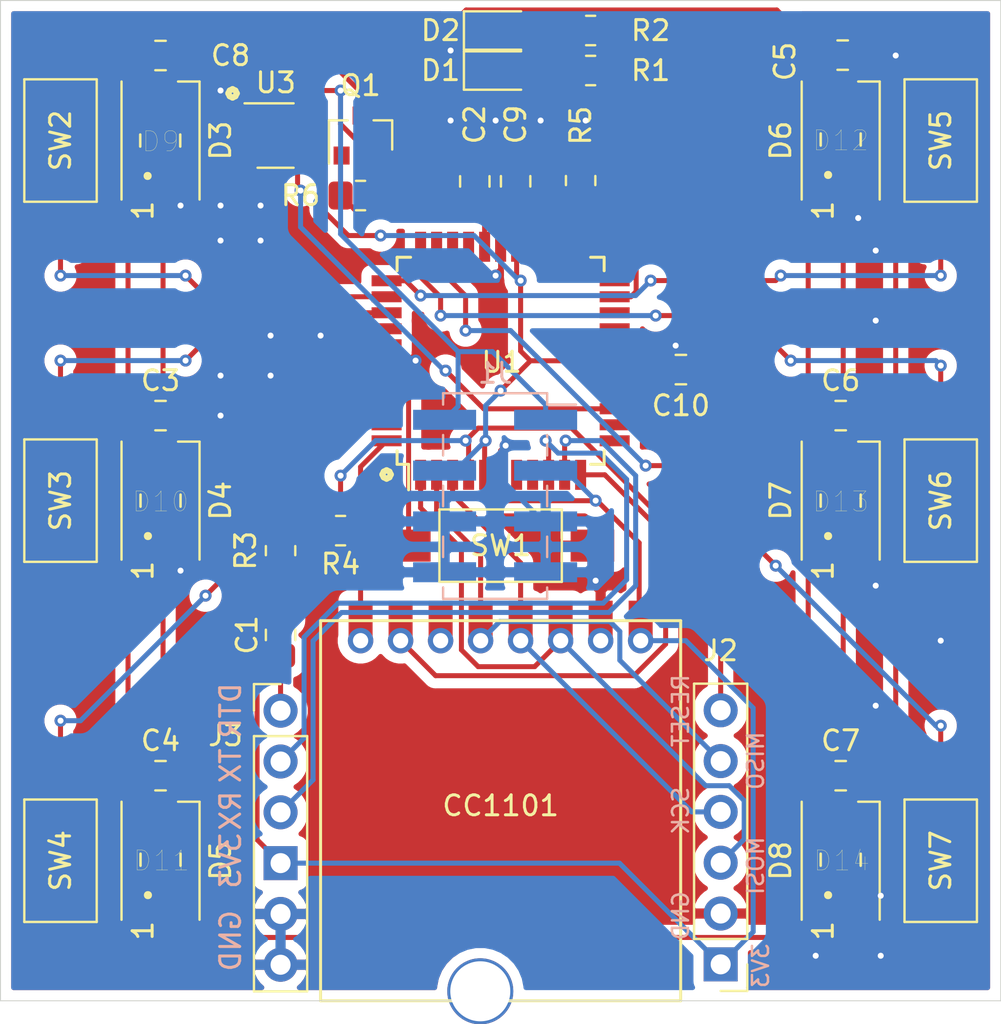
<source format=kicad_pcb>
(kicad_pcb (version 20171130) (host pcbnew "(5.1.9)-1")
  (layers (0 F.Cu signal) (31 B.Cu signal) (34 B.Paste user) (35 F.Paste user) (36 B.SilkS user) (37 F.SilkS user) (38 B.Mask user) (39 F.Mask user) (44 Edge.Cuts user))
  (net 0 "")
  (net 1 GND)
  (net 2 +3V3)
  (net 3 /RESET)
  (net 4 /DTR)
  (net 5 +5V)
  (net 6 "Net-(D1-Pad2)")
  (net 7 /MOSI)
  (net 8 /SCK)
  (net 9 /MISO)
  (net 10 "Net-(IC1-Pad6)")
  (net 11 /RX)
  (net 12 /TX)
  (net 13 "Net-(R1-Pad1)")
  (net 14 "Net-(R2-Pad1)")
  (net 15 "Net-(SW1-Pad2)")
  (net 16 "Net-(U1-Pad19)")
  (net 17 "Net-(U1-Pad8)")
  (net 18 "Net-(U1-Pad7)")
  (net 19 /WS2812B_LED_5V_Lvl)
  (net 20 /GDO0)
  (net 21 /CC_CSN)
  (net 22 /WS2812B_LED_3V3_Lvl)
  (net 23 /BTN1)
  (net 24 /BTN2)
  (net 25 /BTN3)
  (net 26 /BTN4)
  (net 27 /BTN5)
  (net 28 /BTN6)
  (net 29 "Net-(U1-Pad43)")
  (net 30 "Net-(U1-Pad42)")
  (net 31 "Net-(U1-Pad40)")
  (net 32 "Net-(U1-Pad31)")
  (net 33 "Net-(U1-Pad30)")
  (net 34 "Net-(U1-Pad26)")
  (net 35 "Net-(U1-Pad25)")
  (net 36 "Net-(U1-Pad24)")
  (net 37 "Net-(U1-Pad20)")
  (net 38 "Net-(U1-Pad16)")
  (net 39 "Net-(U1-Pad15)")
  (net 40 "Net-(U1-Pad13)")
  (net 41 "Net-(U1-Pad12)")
  (net 42 "Net-(D2-Pad2)")
  (net 43 "Net-(D8-Pad1)")
  (net 44 /WS2812B_VCC)
  (net 45 "Net-(Q1-Pad1)")
  (net 46 /WS2812B_IO)
  (net 47 "Net-(C2-Pad1)")
  (net 48 "Net-(D10-Pad3)")
  (net 49 "Net-(D10-Pad1)")
  (net 50 "Net-(D11-Pad1)")
  (net 51 "Net-(D12-Pad1)")
  (net 52 "Net-(D13-Pad1)")
  (net 53 "Net-(D14-Pad1)")
  (module WS2812-2020:LED_WS2812-2020 (layer F.Cu) (at 212 92.95 90)
    (fp_text reference D14 (at -0.05 0.05 180) (layer F.SilkS) (effects (font (size 1.00011 1.00011) (thickness 0.015))))
    (fp_text value WS2812-2020)
    (pad 3 smd rect (at 0.915 0.55 90) (size 0.7 0.7) (layers F.Cu F.Paste F.Mask) (net 52 "Net-(D13-Pad1)"))
    (pad 4 smd rect (at 0.915 -0.55 90) (size 0.7 0.7) (layers F.Cu F.Paste F.Mask) (net 44 /WS2812B_VCC))
    (pad 1 smd rect (at -0.915 -0.55 90) (size 0.7 0.7) (layers F.Cu F.Paste F.Mask) (net 53 "Net-(D14-Pad1)"))
    (pad 2 smd rect (at -0.915 0.55 90) (size 0.7 0.7) (layers F.Cu F.Paste F.Mask) (net 1 GND))
  )
  (module WS2812-2020:LED_WS2812-2020 (layer F.Cu) (at 212 75 90)
    (fp_text reference D13 (at -0.05 0 180) (layer F.SilkS) (effects (font (size 1.00011 1.00011) (thickness 0.015))))
    (fp_text value WS2812-2020)
    (pad 3 smd rect (at 0.915 0.55 90) (size 0.7 0.7) (layers F.Cu F.Paste F.Mask) (net 51 "Net-(D12-Pad1)"))
    (pad 4 smd rect (at 0.915 -0.55 90) (size 0.7 0.7) (layers F.Cu F.Paste F.Mask) (net 44 /WS2812B_VCC))
    (pad 1 smd rect (at -0.915 -0.55 90) (size 0.7 0.7) (layers F.Cu F.Paste F.Mask) (net 52 "Net-(D13-Pad1)"))
    (pad 2 smd rect (at -0.915 0.55 90) (size 0.7 0.7) (layers F.Cu F.Paste F.Mask) (net 1 GND))
  )
  (module WS2812-2020:LED_WS2812-2020 (layer F.Cu) (at 212 56.95 90)
    (fp_text reference D12 (at -0.05 0 180) (layer F.SilkS) (effects (font (size 1.00011 1.00011) (thickness 0.015))))
    (fp_text value WS2812-2020)
    (pad 3 smd rect (at 0.915 0.55 90) (size 0.7 0.7) (layers F.Cu F.Paste F.Mask) (net 50 "Net-(D11-Pad1)"))
    (pad 4 smd rect (at 0.915 -0.55 90) (size 0.7 0.7) (layers F.Cu F.Paste F.Mask) (net 44 /WS2812B_VCC))
    (pad 1 smd rect (at -0.915 -0.55 90) (size 0.7 0.7) (layers F.Cu F.Paste F.Mask) (net 51 "Net-(D12-Pad1)"))
    (pad 2 smd rect (at -0.915 0.55 90) (size 0.7 0.7) (layers F.Cu F.Paste F.Mask) (net 1 GND))
  )
  (module WS2812-2020:LED_WS2812-2020 (layer F.Cu) (at 178 92.95 90)
    (fp_text reference D11 (at -0.05 0.05 180) (layer F.SilkS) (effects (font (size 1.00011 1.00011) (thickness 0.015))))
    (fp_text value WS2812-2020)
    (pad 3 smd rect (at 0.915 0.55 90) (size 0.7 0.7) (layers F.Cu F.Paste F.Mask) (net 49 "Net-(D10-Pad1)"))
    (pad 4 smd rect (at 0.915 -0.55 90) (size 0.7 0.7) (layers F.Cu F.Paste F.Mask) (net 44 /WS2812B_VCC))
    (pad 1 smd rect (at -0.915 -0.55 90) (size 0.7 0.7) (layers F.Cu F.Paste F.Mask) (net 50 "Net-(D11-Pad1)"))
    (pad 2 smd rect (at -0.915 0.55 90) (size 0.7 0.7) (layers F.Cu F.Paste F.Mask) (net 1 GND))
  )
  (module WS2812-2020:LED_WS2812-2020 (layer F.Cu) (at 178 75 90)
    (fp_text reference D10 (at -0.05 0 180) (layer F.SilkS) (effects (font (size 1.00011 1.00011) (thickness 0.015))))
    (fp_text value WS2812-2020)
    (pad 3 smd rect (at 0.915 0.55 90) (size 0.7 0.7) (layers F.Cu F.Paste F.Mask) (net 48 "Net-(D10-Pad3)"))
    (pad 4 smd rect (at 0.915 -0.55 90) (size 0.7 0.7) (layers F.Cu F.Paste F.Mask) (net 44 /WS2812B_VCC))
    (pad 1 smd rect (at -0.915 -0.55 90) (size 0.7 0.7) (layers F.Cu F.Paste F.Mask) (net 49 "Net-(D10-Pad1)"))
    (pad 2 smd rect (at -0.915 0.55 90) (size 0.7 0.7) (layers F.Cu F.Paste F.Mask) (net 1 GND))
  )
  (module WS2812-2020:LED_WS2812-2020 (layer F.Cu) (at 177.985 57 90)
    (fp_text reference D9 (at -0.05 0.015 180) (layer F.SilkS) (effects (font (size 1.00011 1.00011) (thickness 0.015))))
    (fp_text value WS2812-2020)
    (pad 3 smd rect (at 0.915 0.55 90) (size 0.7 0.7) (layers F.Cu F.Paste F.Mask) (net 19 /WS2812B_LED_5V_Lvl))
    (pad 4 smd rect (at 0.915 -0.55 90) (size 0.7 0.7) (layers F.Cu F.Paste F.Mask) (net 44 /WS2812B_VCC))
    (pad 1 smd rect (at -0.915 -0.55 90) (size 0.7 0.7) (layers F.Cu F.Paste F.Mask) (net 48 "Net-(D10-Pad3)"))
    (pad 2 smd rect (at -0.915 0.55 90) (size 0.7 0.7) (layers F.Cu F.Paste F.Mask) (net 1 GND))
  )
  (module Capacitor_SMD:C_0805_2012Metric_Pad1.18x1.45mm_HandSolder (layer F.Cu) (at 204.0125 68.45)
    (fp_text reference C10 (at 0 1.8) (layer F.SilkS))
    (fp_text value 100n)
    (pad 2 smd roundrect (at 1.0375 0) (size 1.175 1.45) (layers F.Cu F.Paste F.Mask) (roundrect_rratio 0.212766) (net 1 GND))
    (pad 1 smd roundrect (at -1.0375 0) (size 1.175 1.45) (layers F.Cu F.Paste F.Mask) (roundrect_rratio 0.212766) (net 2 +3V3))
  )
  (module Capacitor_SMD:C_0805_2012Metric_Pad1.18x1.45mm_HandSolder (layer F.Cu) (at 195.75 59.0375 90)
    (fp_text reference C9 (at 2.8375 0 90) (layer F.SilkS))
    (fp_text value 100n)
    (pad 2 smd roundrect (at 1.0375 0 90) (size 1.175 1.45) (layers F.Cu F.Paste F.Mask) (roundrect_rratio 0.212766) (net 1 GND))
    (pad 1 smd roundrect (at -1.0375 0 90) (size 1.175 1.45) (layers F.Cu F.Paste F.Mask) (roundrect_rratio 0.212766) (net 2 +3V3))
  )
  (module Package_TO_SOT_SMD:SOT-23 (layer F.Cu) (at 188 56.75 90)
    (fp_text reference Q1 (at 2.5 0 180) (layer F.SilkS))
    (fp_text value IRLML9301)
    (pad 3 smd rect (at 1 0 90) (size 0.9 0.8) (layers F.Cu F.Paste F.Mask) (net 44 /WS2812B_VCC))
    (pad 2 smd rect (at -1 0.95 90) (size 0.9 0.8) (layers F.Cu F.Paste F.Mask) (net 5 +5V))
    (pad 1 smd rect (at -1 -0.95 90) (size 0.9 0.8) (layers F.Cu F.Paste F.Mask) (net 45 "Net-(Q1-Pad1)"))
  )
  (module Package_TO_SOT_SMD:SOT-23-6 (layer F.Cu) (at 183.75 56.75)
    (fp_text reference U3 (at 0.01 -2.64) (layer F.SilkS))
    (fp_text value SN74LVC1T45DBV)
    (pad 5 smd rect (at 1.1 0) (size 1.06 0.65) (layers F.Cu F.Paste F.Mask) (net 1 GND))
    (pad 6 smd rect (at 1.1 -0.95) (size 1.06 0.65) (layers F.Cu F.Paste F.Mask) (net 2 +3V3))
    (pad 4 smd rect (at 1.1 0.95) (size 1.06 0.65) (layers F.Cu F.Paste F.Mask) (net 22 /WS2812B_LED_3V3_Lvl))
    (pad 3 smd rect (at -1.1 0.95) (size 1.06 0.65) (layers F.Cu F.Paste F.Mask) (net 19 /WS2812B_LED_5V_Lvl))
    (pad 2 smd rect (at -1.1 0) (size 1.06 0.65) (layers F.Cu F.Paste F.Mask) (net 1 GND))
    (pad 1 smd rect (at -1.1 -0.95) (size 1.06 0.65) (layers F.Cu F.Paste F.Mask) (net 5 +5V))
  )
  (module Resistor_SMD:R_0805_2012Metric_Pad1.20x1.40mm_HandSolder (layer F.Cu) (at 188 59.75)
    (fp_text reference R6 (at -3 0) (layer F.SilkS))
    (fp_text value 100K)
    (pad 2 smd roundrect (at 1 0) (size 1.2 1.4) (layers F.Cu F.Paste F.Mask) (roundrect_rratio 0.208333) (net 5 +5V))
    (pad 1 smd roundrect (at -1 0) (size 1.2 1.4) (layers F.Cu F.Paste F.Mask) (roundrect_rratio 0.208333) (net 45 "Net-(Q1-Pad1)"))
  )
  (module Resistor_SMD:R_0805_2012Metric_Pad1.20x1.40mm_HandSolder (layer F.Cu) (at 199 59 270)
    (fp_text reference R5 (at -2.75 0 90) (layer F.SilkS))
    (fp_text value 1K)
    (pad 2 smd roundrect (at 1 0 270) (size 1.2 1.4) (layers F.Cu F.Paste F.Mask) (roundrect_rratio 0.208333) (net 46 /WS2812B_IO))
    (pad 1 smd roundrect (at -1 0 270) (size 1.2 1.4) (layers F.Cu F.Paste F.Mask) (roundrect_rratio 0.208333) (net 45 "Net-(Q1-Pad1)"))
  )
  (module Connector_PinHeader_2.54mm:PinHeader_2x04_P2.54mm_Vertical_SMD (layer B.Cu) (at 194.725 74.77 180)
    (fp_text reference J1 (at 0 6.14) (layer B.SilkS) (effects (justify mirror)))
    (fp_text value Maincon)
    (pad 8 smd rect (at 2.525 -3.81 180) (size 3.15 1) (layers B.Cu B.Paste B.Mask) (net 1 GND))
    (pad 7 smd rect (at -2.525 -3.81 180) (size 3.15 1) (layers B.Cu B.Paste B.Mask) (net 1 GND))
    (pad 6 smd rect (at 2.525 -1.27 180) (size 3.15 1) (layers B.Cu B.Paste B.Mask) (net 1 GND))
    (pad 5 smd rect (at -2.525 -1.27 180) (size 3.15 1) (layers B.Cu B.Paste B.Mask) (net 1 GND))
    (pad 4 smd rect (at 2.525 1.27 180) (size 3.15 1) (layers B.Cu B.Paste B.Mask) (net 2 +3V3))
    (pad 3 smd rect (at -2.525 1.27 180) (size 3.15 1) (layers B.Cu B.Paste B.Mask) (net 2 +3V3))
    (pad 2 smd rect (at 2.525 3.81 180) (size 3.15 1) (layers B.Cu B.Paste B.Mask) (net 5 +5V))
    (pad 1 smd rect (at -2.525 3.81 180) (size 3.15 1) (layers B.Cu B.Paste B.Mask) (net 5 +5V))
  )
  (module Package_QFP:TQFP-44_10x10mm_P0.8mm (layer F.Cu) (at 195 68.01 90)
    (fp_text reference U1 (at -0.07 0.05 180) (layer F.SilkS))
    (fp_text value ATmega644A-AU)
    (pad 44 smd rect (at -4 -5.7 180) (size 1.5 0.55) (layers F.Cu F.Paste F.Mask) (net 21 /CC_CSN))
    (pad 43 smd rect (at -3.2 -5.7 180) (size 1.5 0.55) (layers F.Cu F.Paste F.Mask) (net 29 "Net-(U1-Pad43)"))
    (pad 42 smd rect (at -2.4 -5.7 180) (size 1.5 0.55) (layers F.Cu F.Paste F.Mask) (net 30 "Net-(U1-Pad42)"))
    (pad 41 smd rect (at -1.6 -5.7 180) (size 1.5 0.55) (layers F.Cu F.Paste F.Mask) (net 15 "Net-(SW1-Pad2)"))
    (pad 40 smd rect (at -0.8 -5.7 180) (size 1.5 0.55) (layers F.Cu F.Paste F.Mask) (net 31 "Net-(U1-Pad40)"))
    (pad 39 smd rect (at 0 -5.7 180) (size 1.5 0.55) (layers F.Cu F.Paste F.Mask) (net 1 GND))
    (pad 38 smd rect (at 0.8 -5.7 180) (size 1.5 0.55) (layers F.Cu F.Paste F.Mask) (net 2 +3V3))
    (pad 37 smd rect (at 1.6 -5.7 180) (size 1.5 0.55) (layers F.Cu F.Paste F.Mask) (net 25 /BTN3))
    (pad 36 smd rect (at 2.4 -5.7 180) (size 1.5 0.55) (layers F.Cu F.Paste F.Mask) (net 24 /BTN2))
    (pad 35 smd rect (at 3.2 -5.7 180) (size 1.5 0.55) (layers F.Cu F.Paste F.Mask) (net 23 /BTN1))
    (pad 34 smd rect (at 4 -5.7 180) (size 1.5 0.55) (layers F.Cu F.Paste F.Mask) (net 26 /BTN4))
    (pad 33 smd rect (at 5.7 -4 90) (size 1.5 0.55) (layers F.Cu F.Paste F.Mask) (net 27 /BTN5))
    (pad 32 smd rect (at 5.7 -3.2 90) (size 1.5 0.55) (layers F.Cu F.Paste F.Mask) (net 28 /BTN6))
    (pad 31 smd rect (at 5.7 -2.4 90) (size 1.5 0.55) (layers F.Cu F.Paste F.Mask) (net 32 "Net-(U1-Pad31)"))
    (pad 30 smd rect (at 5.7 -1.6 90) (size 1.5 0.55) (layers F.Cu F.Paste F.Mask) (net 33 "Net-(U1-Pad30)"))
    (pad 29 smd rect (at 5.7 -0.8 90) (size 1.5 0.55) (layers F.Cu F.Paste F.Mask) (net 47 "Net-(C2-Pad1)"))
    (pad 28 smd rect (at 5.7 0 90) (size 1.5 0.55) (layers F.Cu F.Paste F.Mask) (net 1 GND))
    (pad 27 smd rect (at 5.7 0.8 90) (size 1.5 0.55) (layers F.Cu F.Paste F.Mask) (net 2 +3V3))
    (pad 26 smd rect (at 5.7 1.6 90) (size 1.5 0.55) (layers F.Cu F.Paste F.Mask) (net 34 "Net-(U1-Pad26)"))
    (pad 25 smd rect (at 5.7 2.4 90) (size 1.5 0.55) (layers F.Cu F.Paste F.Mask) (net 35 "Net-(U1-Pad25)"))
    (pad 24 smd rect (at 5.7 3.2 90) (size 1.5 0.55) (layers F.Cu F.Paste F.Mask) (net 36 "Net-(U1-Pad24)"))
    (pad 23 smd rect (at 5.7 4 90) (size 1.5 0.55) (layers F.Cu F.Paste F.Mask) (net 46 /WS2812B_IO))
    (pad 22 smd rect (at 4 5.7 180) (size 1.5 0.55) (layers F.Cu F.Paste F.Mask) (net 13 "Net-(R1-Pad1)"))
    (pad 21 smd rect (at 3.2 5.7 180) (size 1.5 0.55) (layers F.Cu F.Paste F.Mask) (net 14 "Net-(R2-Pad1)"))
    (pad 20 smd rect (at 2.4 5.7 180) (size 1.5 0.55) (layers F.Cu F.Paste F.Mask) (net 37 "Net-(U1-Pad20)"))
    (pad 19 smd rect (at 1.6 5.7 180) (size 1.5 0.55) (layers F.Cu F.Paste F.Mask) (net 16 "Net-(U1-Pad19)"))
    (pad 18 smd rect (at 0.8 5.7 180) (size 1.5 0.55) (layers F.Cu F.Paste F.Mask) (net 1 GND))
    (pad 17 smd rect (at 0 5.7 180) (size 1.5 0.55) (layers F.Cu F.Paste F.Mask) (net 2 +3V3))
    (pad 16 smd rect (at -0.8 5.7 180) (size 1.5 0.55) (layers F.Cu F.Paste F.Mask) (net 38 "Net-(U1-Pad16)"))
    (pad 15 smd rect (at -1.6 5.7 180) (size 1.5 0.55) (layers F.Cu F.Paste F.Mask) (net 39 "Net-(U1-Pad15)"))
    (pad 14 smd rect (at -2.4 5.7 180) (size 1.5 0.55) (layers F.Cu F.Paste F.Mask) (net 22 /WS2812B_LED_3V3_Lvl))
    (pad 13 smd rect (at -3.2 5.7 180) (size 1.5 0.55) (layers F.Cu F.Paste F.Mask) (net 40 "Net-(U1-Pad13)"))
    (pad 12 smd rect (at -4 5.7 180) (size 1.5 0.55) (layers F.Cu F.Paste F.Mask) (net 41 "Net-(U1-Pad12)"))
    (pad 11 smd rect (at -5.7 4 90) (size 1.5 0.55) (layers F.Cu F.Paste F.Mask) (net 20 /GDO0))
    (pad 10 smd rect (at -5.7 3.2 90) (size 1.5 0.55) (layers F.Cu F.Paste F.Mask) (net 11 /RX))
    (pad 9 smd rect (at -5.7 2.4 90) (size 1.5 0.55) (layers F.Cu F.Paste F.Mask) (net 12 /TX))
    (pad 8 smd rect (at -5.7 1.6 90) (size 1.5 0.55) (layers F.Cu F.Paste F.Mask) (net 17 "Net-(U1-Pad8)"))
    (pad 7 smd rect (at -5.7 0.8 90) (size 1.5 0.55) (layers F.Cu F.Paste F.Mask) (net 18 "Net-(U1-Pad7)"))
    (pad 6 smd rect (at -5.7 0 90) (size 1.5 0.55) (layers F.Cu F.Paste F.Mask) (net 1 GND))
    (pad 5 smd rect (at -5.7 -0.8 90) (size 1.5 0.55) (layers F.Cu F.Paste F.Mask) (net 2 +3V3))
    (pad 4 smd rect (at -5.7 -1.6 90) (size 1.5 0.55) (layers F.Cu F.Paste F.Mask) (net 3 /RESET))
    (pad 3 smd rect (at -5.7 -2.4 90) (size 1.5 0.55) (layers F.Cu F.Paste F.Mask) (net 8 /SCK))
    (pad 2 smd rect (at -5.7 -3.2 90) (size 1.5 0.55) (layers F.Cu F.Paste F.Mask) (net 9 /MISO))
    (pad 1 smd rect (at -5.7 -4 90) (size 1.5 0.55) (layers F.Cu F.Paste F.Mask) (net 7 /MOSI))
  )
  (module Button_Switch_SMD:SW_SPST_FSMSM (layer F.Cu) (at 195 77.25 180)
    (fp_text reference SW1 (at 0 0 180) (layer F.SilkS))
    (fp_text value Config)
    (pad 2 smd rect (at 4.59 0 180) (size 2.18 1.6) (layers F.Cu F.Paste F.Mask) (net 15 "Net-(SW1-Pad2)"))
    (pad 1 smd rect (at -4.59 0 180) (size 2.18 1.6) (layers F.Cu F.Paste F.Mask) (net 1 GND))
  )
  (module LED_SMD:LED_0805_2012Metric_Pad1.15x1.40mm_HandSolder (layer F.Cu) (at 195.025 51.5)
    (fp_text reference D2 (at -3.025 0) (layer F.SilkS))
    (fp_text value LED)
    (pad 2 smd roundrect (at 1.025 0) (size 1.15 1.4) (layers F.Cu F.Paste F.Mask) (roundrect_rratio 0.2173904347826087) (net 42 "Net-(D2-Pad2)"))
    (pad 1 smd roundrect (at -1.025 0) (size 1.15 1.4) (layers F.Cu F.Paste F.Mask) (roundrect_rratio 0.2173904347826087) (net 1 GND))
  )
  (module LED_SMD:LED_0805_2012Metric_Pad1.15x1.40mm_HandSolder (layer F.Cu) (at 195.025 53.5)
    (fp_text reference D1 (at -3.025 0) (layer F.SilkS))
    (fp_text value LED)
    (pad 2 smd roundrect (at 1.025 0) (size 1.15 1.4) (layers F.Cu F.Paste F.Mask) (roundrect_rratio 0.2173904347826087) (net 6 "Net-(D1-Pad2)"))
    (pad 1 smd roundrect (at -1.025 0) (size 1.15 1.4) (layers F.Cu F.Paste F.Mask) (roundrect_rratio 0.2173904347826087) (net 1 GND))
  )
  (module myRadioModules:CC1101_SMD_THT (layer F.Cu) (at 195 82 180)
    (fp_text reference IC1 hide)
    (fp_text value CC1101)
    (fp_text user CC1101 (at 0 -8.25 180) (layer F.SilkS))
    (pad 1 thru_hole oval (at -7 0 180) (size 1.27 1.27) (drill 0.762) (layers *.Cu *.Mask) (net 2 +3V3))
    (pad 2 thru_hole oval (at -5 0 180) (size 1.27 1.27) (drill 0.762) (layers *.Cu *.Mask) (net 1 GND))
    (pad 3 thru_hole circle (at -3 0 180) (size 1.27 1.27) (drill 0.762) (layers *.Cu *.Mask) (net 7 /MOSI))
    (pad 4 thru_hole circle (at -1 0 180) (size 1.27 1.27) (drill 0.762) (layers *.Cu *.Mask) (net 8 /SCK))
    (pad 5 thru_hole circle (at 1 0 180) (size 1.27 1.27) (drill 0.762) (layers *.Cu *.Mask) (net 9 /MISO))
    (pad 6 thru_hole circle (at 3 0 180) (size 1.27 1.27) (drill 0.762) (layers *.Cu *.Mask) (net 10 "Net-(IC1-Pad6)"))
    (pad 7 thru_hole circle (at 5 0 180) (size 1.27 1.27) (drill 0.762) (layers *.Cu *.Mask) (net 20 /GDO0))
    (pad 8 thru_hole circle (at 7 0 180) (size 1.27 1.27) (drill 0.762) (layers *.Cu *.Mask) (net 21 /CC_CSN))
    (pad "" np_thru_hole circle (at 1.016 -17.526 180) (size 3.3 3.3) (drill 3) (layers *.Cu *.Mask))
    (pad 1 smd rect (at -7 1 180) (size 1.2 2) (layers F.Cu F.Mask) (net 2 +3V3))
    (pad 2 smd rect (at -5 1 180) (size 1.2 2) (layers F.Cu F.Mask) (net 1 GND))
    (pad 3 smd rect (at -3 1 180) (size 1.2 2) (layers F.Cu F.Mask) (net 7 /MOSI))
    (pad 4 smd rect (at -1 1 180) (size 1.2 2) (layers F.Cu F.Mask) (net 8 /SCK))
    (pad 5 smd rect (at 1 1 180) (size 1.2 2) (layers F.Cu F.Mask) (net 9 /MISO))
    (pad 6 smd rect (at 3 1 180) (size 1.2 2) (layers F.Cu F.Mask) (net 10 "Net-(IC1-Pad6)"))
    (pad 7 smd rect (at 5 1 180) (size 1.2 2) (layers F.Cu F.Mask) (net 20 /GDO0))
    (pad 8 smd rect (at 7 1 180) (size 1.2 2) (layers F.Cu F.Mask) (net 21 /CC_CSN))
  )
  (module Connector_PinHeader_2.54mm:PinHeader_1x06_P2.54mm_Vertical (layer F.Cu) (at 206 98.18 180)
    (fp_text reference J2 (at 0 15.68) (layer F.SilkS))
    (fp_text value ISP)
    (pad 6 thru_hole oval (at 0 12.7 180) (size 1.7 1.7) (drill 1) (layers *.Cu *.Mask) (net 3 /RESET))
    (pad 5 thru_hole oval (at 0 10.16 180) (size 1.7 1.7) (drill 1) (layers *.Cu *.Mask) (net 9 /MISO))
    (pad 4 thru_hole oval (at 0 7.62 180) (size 1.7 1.7) (drill 1) (layers *.Cu *.Mask) (net 8 /SCK))
    (pad 3 thru_hole oval (at 0 5.08 180) (size 1.7 1.7) (drill 1) (layers *.Cu *.Mask) (net 7 /MOSI))
    (pad 2 thru_hole oval (at 0 2.54 180) (size 1.7 1.7) (drill 1) (layers *.Cu *.Mask) (net 1 GND))
    (pad 1 thru_hole rect (at 0 0 180) (size 1.7 1.7) (drill 1) (layers *.Cu *.Mask) (net 2 +3V3))
  )
  (module Connector_PinHeader_2.54mm:PinHeader_1x06_P2.54mm_Vertical (layer F.Cu) (at 184 85.5)
    (fp_text reference J3 (at -2.75 1.25) (layer F.SilkS))
    (fp_text value FTDI)
    (pad 6 thru_hole oval (at 0 12.7) (size 1.7 1.7) (drill 1) (layers *.Cu *.Mask) (net 1 GND))
    (pad 5 thru_hole oval (at 0 10.16) (size 1.7 1.7) (drill 1) (layers *.Cu *.Mask) (net 1 GND))
    (pad 4 thru_hole rect (at 0 7.62) (size 1.7 1.7) (drill 1) (layers *.Cu *.Mask) (net 2 +3V3))
    (pad 3 thru_hole oval (at 0 5.08) (size 1.7 1.7) (drill 1) (layers *.Cu *.Mask) (net 11 /RX))
    (pad 2 thru_hole oval (at 0 2.54) (size 1.7 1.7) (drill 1) (layers *.Cu *.Mask) (net 12 /TX))
    (pad 1 thru_hole oval (at 0 0) (size 1.7 1.7) (drill 1) (layers *.Cu *.Mask) (net 4 /DTR))
  )
  (module Capacitor_SMD:C_0805_2012Metric_Pad1.18x1.45mm_HandSolder (layer F.Cu) (at 178 52.75 180)
    (fp_text reference C8 (at -3.5 0) (layer F.SilkS))
    (fp_text value 100n)
    (pad 2 smd roundrect (at 1.0375 0 180) (size 1.175 1.45) (layers F.Cu F.Paste F.Mask) (roundrect_rratio 0.2127659574468085) (net 44 /WS2812B_VCC))
    (pad 1 smd roundrect (at -1.0375 0 180) (size 1.175 1.45) (layers F.Cu F.Paste F.Mask) (roundrect_rratio 0.2127659574468085) (net 1 GND))
  )
  (module Capacitor_SMD:C_0805_2012Metric_Pad1.18x1.45mm_HandSolder (layer F.Cu) (at 212 88.75 180)
    (fp_text reference C7 (at 0 1.75) (layer F.SilkS))
    (fp_text value 100n)
    (pad 2 smd roundrect (at 1.0375 0 180) (size 1.175 1.45) (layers F.Cu F.Paste F.Mask) (roundrect_rratio 0.2127659574468085) (net 44 /WS2812B_VCC))
    (pad 1 smd roundrect (at -1.0375 0 180) (size 1.175 1.45) (layers F.Cu F.Paste F.Mask) (roundrect_rratio 0.2127659574468085) (net 1 GND))
  )
  (module Capacitor_SMD:C_0805_2012Metric_Pad1.18x1.45mm_HandSolder (layer F.Cu) (at 212 70.75 180)
    (fp_text reference C6 (at 0 1.75) (layer F.SilkS))
    (fp_text value 100n)
    (pad 2 smd roundrect (at 1.0375 0 180) (size 1.175 1.45) (layers F.Cu F.Paste F.Mask) (roundrect_rratio 0.2127659574468085) (net 44 /WS2812B_VCC))
    (pad 1 smd roundrect (at -1.0375 0 180) (size 1.175 1.45) (layers F.Cu F.Paste F.Mask) (roundrect_rratio 0.2127659574468085) (net 1 GND))
  )
  (module Capacitor_SMD:C_0805_2012Metric_Pad1.18x1.45mm_HandSolder (layer F.Cu) (at 212.1 52.73 180)
    (fp_text reference C5 (at 2.89 -0.32 90) (layer F.SilkS))
    (fp_text value 100n)
    (pad 2 smd roundrect (at 1.0375 0 180) (size 1.175 1.45) (layers F.Cu F.Paste F.Mask) (roundrect_rratio 0.2127659574468085) (net 44 /WS2812B_VCC))
    (pad 1 smd roundrect (at -1.0375 0 180) (size 1.175 1.45) (layers F.Cu F.Paste F.Mask) (roundrect_rratio 0.2127659574468085) (net 1 GND))
  )
  (module Capacitor_SMD:C_0805_2012Metric_Pad1.18x1.45mm_HandSolder (layer F.Cu) (at 178 88.75 180)
    (fp_text reference C4 (at 0 1.75) (layer F.SilkS))
    (fp_text value 100n)
    (pad 2 smd roundrect (at 1.0375 0 180) (size 1.175 1.45) (layers F.Cu F.Paste F.Mask) (roundrect_rratio 0.2127659574468085) (net 44 /WS2812B_VCC))
    (pad 1 smd roundrect (at -1.0375 0 180) (size 1.175 1.45) (layers F.Cu F.Paste F.Mask) (roundrect_rratio 0.2127659574468085) (net 1 GND))
  )
  (module Capacitor_SMD:C_0805_2012Metric_Pad1.18x1.45mm_HandSolder (layer F.Cu) (at 178 70.75 180)
    (fp_text reference C3 (at 0 1.75) (layer F.SilkS))
    (fp_text value 100n)
    (pad 2 smd roundrect (at 1.0375 0 180) (size 1.175 1.45) (layers F.Cu F.Paste F.Mask) (roundrect_rratio 0.2127659574468085) (net 44 /WS2812B_VCC))
    (pad 1 smd roundrect (at -1.0375 0 180) (size 1.175 1.45) (layers F.Cu F.Paste F.Mask) (roundrect_rratio 0.2127659574468085) (net 1 GND))
  )
  (module Button_Switch_SMD:SW_SPST_FSMSM (layer F.Cu) (at 217 93 90)
    (fp_text reference SW7 (at 0 0 90) (layer F.SilkS))
    (fp_text value BTN6)
    (pad 2 smd rect (at 4.59 0 90) (size 2.18 1.6) (layers F.Cu F.Paste F.Mask) (net 28 /BTN6))
    (pad 1 smd rect (at -4.59 0 90) (size 2.18 1.6) (layers F.Cu F.Paste F.Mask) (net 1 GND))
  )
  (module Button_Switch_SMD:SW_SPST_FSMSM (layer F.Cu) (at 217 75 90)
    (fp_text reference SW6 (at 0 0 90) (layer F.SilkS))
    (fp_text value BTN5)
    (pad 2 smd rect (at 4.59 0 90) (size 2.18 1.6) (layers F.Cu F.Paste F.Mask) (net 27 /BTN5))
    (pad 1 smd rect (at -4.59 0 90) (size 2.18 1.6) (layers F.Cu F.Paste F.Mask) (net 1 GND))
  )
  (module Button_Switch_SMD:SW_SPST_FSMSM (layer F.Cu) (at 217 57 270)
    (fp_text reference SW5 (at 0 0 90) (layer F.SilkS))
    (fp_text value BTN4)
    (pad 2 smd rect (at 4.59 0 270) (size 2.18 1.6) (layers F.Cu F.Paste F.Mask) (net 26 /BTN4))
    (pad 1 smd rect (at -4.59 0 270) (size 2.18 1.6) (layers F.Cu F.Paste F.Mask) (net 1 GND))
  )
  (module Button_Switch_SMD:SW_SPST_FSMSM (layer F.Cu) (at 173 93 90)
    (fp_text reference SW4 (at 0 0 90) (layer F.SilkS))
    (fp_text value BTN3)
    (pad 2 smd rect (at 4.59 0 90) (size 2.18 1.6) (layers F.Cu F.Paste F.Mask) (net 25 /BTN3))
    (pad 1 smd rect (at -4.59 0 90) (size 2.18 1.6) (layers F.Cu F.Paste F.Mask) (net 1 GND))
  )
  (module Button_Switch_SMD:SW_SPST_FSMSM (layer F.Cu) (at 173 75 90)
    (fp_text reference SW3 (at 0 0 90) (layer F.SilkS))
    (fp_text value BTN2)
    (pad 2 smd rect (at 4.59 0 90) (size 2.18 1.6) (layers F.Cu F.Paste F.Mask) (net 24 /BTN2))
    (pad 1 smd rect (at -4.59 0 90) (size 2.18 1.6) (layers F.Cu F.Paste F.Mask) (net 1 GND))
  )
  (module Button_Switch_SMD:SW_SPST_FSMSM (layer F.Cu) (at 173 57 270)
    (fp_text reference SW2 (at 0 0 90) (layer F.SilkS))
    (fp_text value BTN1)
    (pad 2 smd rect (at 4.59 0 270) (size 2.18 1.6) (layers F.Cu F.Paste F.Mask) (net 23 /BTN1))
    (pad 1 smd rect (at -4.59 0 270) (size 2.18 1.6) (layers F.Cu F.Paste F.Mask) (net 1 GND))
  )
  (module Resistor_SMD:R_0805_2012Metric_Pad1.20x1.40mm_HandSolder (layer F.Cu) (at 187 76.5)
    (fp_text reference R4 (at 0 1.668772) (layer F.SilkS))
    (fp_text value 10k)
    (pad 2 smd roundrect (at 1 0) (size 1.2 1.4) (layers F.Cu F.Paste F.Mask) (roundrect_rratio 0.2083325) (net 21 /CC_CSN))
    (pad 1 smd roundrect (at -1 0) (size 1.2 1.4) (layers F.Cu F.Paste F.Mask) (roundrect_rratio 0.2083325) (net 2 +3V3))
  )
  (module Resistor_SMD:R_0805_2012Metric_Pad1.20x1.40mm_HandSolder (layer F.Cu) (at 184 77.5 270)
    (fp_text reference R3 (at 0 1.75 90) (layer F.SilkS))
    (fp_text value 10k)
    (pad 2 smd roundrect (at 1 0 270) (size 1.2 1.4) (layers F.Cu F.Paste F.Mask) (roundrect_rratio 0.2083325) (net 3 /RESET))
    (pad 1 smd roundrect (at -1 0 270) (size 1.2 1.4) (layers F.Cu F.Paste F.Mask) (roundrect_rratio 0.2083325) (net 2 +3V3))
  )
  (module Resistor_SMD:R_0805_2012Metric_Pad1.20x1.40mm_HandSolder (layer F.Cu) (at 199.5 51.5 180)
    (fp_text reference R2 (at -3 0) (layer F.SilkS))
    (fp_text value 330)
    (pad 2 smd roundrect (at 1 0 180) (size 1.2 1.4) (layers F.Cu F.Paste F.Mask) (roundrect_rratio 0.2083325) (net 42 "Net-(D2-Pad2)"))
    (pad 1 smd roundrect (at -1 0 180) (size 1.2 1.4) (layers F.Cu F.Paste F.Mask) (roundrect_rratio 0.2083325) (net 14 "Net-(R2-Pad1)"))
  )
  (module Resistor_SMD:R_0805_2012Metric_Pad1.20x1.40mm_HandSolder (layer F.Cu) (at 199.5 53.5 180)
    (fp_text reference R1 (at -3 0) (layer F.SilkS))
    (fp_text value 330)
    (pad 2 smd roundrect (at 1 0 180) (size 1.2 1.4) (layers F.Cu F.Paste F.Mask) (roundrect_rratio 0.2083325) (net 6 "Net-(D1-Pad2)"))
    (pad 1 smd roundrect (at -1 0 180) (size 1.2 1.4) (layers F.Cu F.Paste F.Mask) (roundrect_rratio 0.2083325) (net 13 "Net-(R1-Pad1)"))
  )
  (module LED_SMD:LED_SK6812MINI_PLCC4_3.5x3.5mm_P1.75mm (layer F.Cu) (at 212 93 90)
    (fp_text reference D8 (at 0 -3 90) (layer F.SilkS))
    (fp_text value SK6812MINI)
    (fp_text user 1 (at -3.5 -0.875 90) (layer F.SilkS))
    (pad 1 smd rect (at -1.75 -0.875 90) (size 1.6 0.85) (layers F.Cu F.Paste F.Mask) (net 43 "Net-(D8-Pad1)"))
    (pad 2 smd rect (at -1.75 0.875 90) (size 1.6 0.85) (layers F.Cu F.Paste F.Mask) (net 1 GND))
    (pad 4 smd rect (at 1.75 -0.875 90) (size 1.6 0.85) (layers F.Cu F.Paste F.Mask) (net 44 /WS2812B_VCC))
    (pad 3 smd rect (at 1.75 0.875 90) (size 1.6 0.85) (layers F.Cu F.Paste F.Mask) (net 52 "Net-(D13-Pad1)"))
  )
  (module LED_SMD:LED_SK6812MINI_PLCC4_3.5x3.5mm_P1.75mm (layer F.Cu) (at 178 93 90)
    (fp_text reference D5 (at 0 3 90) (layer F.SilkS))
    (fp_text value SK6812MINI)
    (fp_text user 1 (at -3.5 -0.875 90) (layer F.SilkS))
    (pad 1 smd rect (at -1.75 -0.875 90) (size 1.6 0.85) (layers F.Cu F.Paste F.Mask) (net 50 "Net-(D11-Pad1)"))
    (pad 2 smd rect (at -1.75 0.875 90) (size 1.6 0.85) (layers F.Cu F.Paste F.Mask) (net 1 GND))
    (pad 4 smd rect (at 1.75 -0.875 90) (size 1.6 0.85) (layers F.Cu F.Paste F.Mask) (net 44 /WS2812B_VCC))
    (pad 3 smd rect (at 1.75 0.875 90) (size 1.6 0.85) (layers F.Cu F.Paste F.Mask) (net 49 "Net-(D10-Pad1)"))
  )
  (module LED_SMD:LED_SK6812MINI_PLCC4_3.5x3.5mm_P1.75mm (layer F.Cu) (at 212 75 90)
    (fp_text reference D7 (at 0 -3 90) (layer F.SilkS))
    (fp_text value SK6812MINI)
    (fp_text user 1 (at -3.5 -0.875 90) (layer F.SilkS))
    (pad 1 smd rect (at -1.75 -0.875 90) (size 1.6 0.85) (layers F.Cu F.Paste F.Mask) (net 52 "Net-(D13-Pad1)"))
    (pad 2 smd rect (at -1.75 0.875 90) (size 1.6 0.85) (layers F.Cu F.Paste F.Mask) (net 1 GND))
    (pad 4 smd rect (at 1.75 -0.875 90) (size 1.6 0.85) (layers F.Cu F.Paste F.Mask) (net 44 /WS2812B_VCC))
    (pad 3 smd rect (at 1.75 0.875 90) (size 1.6 0.85) (layers F.Cu F.Paste F.Mask) (net 51 "Net-(D12-Pad1)"))
  )
  (module LED_SMD:LED_SK6812MINI_PLCC4_3.5x3.5mm_P1.75mm (layer F.Cu) (at 178 75 90)
    (fp_text reference D4 (at 0 3 90) (layer F.SilkS))
    (fp_text value SK6812MINI)
    (fp_text user 1 (at -3.5 -0.875 90) (layer F.SilkS))
    (pad 1 smd rect (at -1.75 -0.875 90) (size 1.6 0.85) (layers F.Cu F.Paste F.Mask) (net 49 "Net-(D10-Pad1)"))
    (pad 2 smd rect (at -1.75 0.875 90) (size 1.6 0.85) (layers F.Cu F.Paste F.Mask) (net 1 GND))
    (pad 4 smd rect (at 1.75 -0.875 90) (size 1.6 0.85) (layers F.Cu F.Paste F.Mask) (net 44 /WS2812B_VCC))
    (pad 3 smd rect (at 1.75 0.875 90) (size 1.6 0.85) (layers F.Cu F.Paste F.Mask) (net 48 "Net-(D10-Pad3)"))
  )
  (module LED_SMD:LED_SK6812MINI_PLCC4_3.5x3.5mm_P1.75mm (layer F.Cu) (at 212 57 90)
    (fp_text reference D6 (at 0 -3 90) (layer F.SilkS))
    (fp_text value SK6812MINI)
    (fp_text user 1 (at -3.5 -0.875 90) (layer F.SilkS))
    (pad 1 smd rect (at -1.75 -0.875 90) (size 1.6 0.85) (layers F.Cu F.Paste F.Mask) (net 51 "Net-(D12-Pad1)"))
    (pad 2 smd rect (at -1.75 0.875 90) (size 1.6 0.85) (layers F.Cu F.Paste F.Mask) (net 1 GND))
    (pad 4 smd rect (at 1.75 -0.875 90) (size 1.6 0.85) (layers F.Cu F.Paste F.Mask) (net 44 /WS2812B_VCC))
    (pad 3 smd rect (at 1.75 0.875 90) (size 1.6 0.85) (layers F.Cu F.Paste F.Mask) (net 50 "Net-(D11-Pad1)"))
  )
  (module LED_SMD:LED_SK6812MINI_PLCC4_3.5x3.5mm_P1.75mm (layer F.Cu) (at 178 57 90)
    (fp_text reference D3 (at 0 3 90) (layer F.SilkS))
    (fp_text value SK6812MINI)
    (fp_text user 1 (at -3.5 -0.875 90) (layer F.SilkS))
    (pad 1 smd rect (at -1.75 -0.875 90) (size 1.6 0.85) (layers F.Cu F.Paste F.Mask) (net 48 "Net-(D10-Pad3)"))
    (pad 2 smd rect (at -1.75 0.875 90) (size 1.6 0.85) (layers F.Cu F.Paste F.Mask) (net 1 GND))
    (pad 4 smd rect (at 1.75 -0.875 90) (size 1.6 0.85) (layers F.Cu F.Paste F.Mask) (net 44 /WS2812B_VCC))
    (pad 3 smd rect (at 1.75 0.875 90) (size 1.6 0.85) (layers F.Cu F.Paste F.Mask) (net 19 /WS2812B_LED_5V_Lvl))
  )
  (module Capacitor_SMD:C_0805_2012Metric_Pad1.18x1.45mm_HandSolder (layer F.Cu) (at 193.71 59.0425 90)
    (fp_text reference C2 (at 2.8425 -0.01 90) (layer F.SilkS))
    (fp_text value 100n)
    (pad 2 smd roundrect (at 1.0375 0 90) (size 1.175 1.45) (layers F.Cu F.Paste F.Mask) (roundrect_rratio 0.2127659574468085) (net 1 GND))
    (pad 1 smd roundrect (at -1.0375 0 90) (size 1.175 1.45) (layers F.Cu F.Paste F.Mask) (roundrect_rratio 0.2127659574468085) (net 47 "Net-(C2-Pad1)"))
  )
  (module Capacitor_SMD:C_0805_2012Metric_Pad1.18x1.45mm_HandSolder (layer F.Cu) (at 184 81.7125 90)
    (fp_text reference C1 (at 0 -1.68 90) (layer F.SilkS))
    (fp_text value 100n)
    (pad 2 smd roundrect (at 1.0375 0 90) (size 1.175 1.45) (layers F.Cu F.Paste F.Mask) (roundrect_rratio 0.2127659574468085) (net 3 /RESET))
    (pad 1 smd roundrect (at -1.0375 0 90) (size 1.175 1.45) (layers F.Cu F.Paste F.Mask) (roundrect_rratio 0.2127659574468085) (net 4 /DTR))
  )
  (gr_text ° (at 181.6 55.25) (layer F.SilkS) (effects (font (size 1.5 1.5) (thickness 0.3))))
  (gr_text ° (at 189.3 74.3) (layer F.SilkS) (effects (font (size 1.5 1.5) (thickness 0.3))))
  (gr_text RESET (at 204 85.5 90) (layer B.SilkS) (effects (font (size 0.8 0.8) (thickness 0.125)) (justify mirror)))
  (gr_text MISO (at 207.75 88 90) (layer B.SilkS) (effects (font (size 0.8 0.8) (thickness 0.125)) (justify mirror)))
  (gr_text SCK (at 204 90.5 90) (layer B.SilkS) (effects (font (size 0.8 0.8) (thickness 0.125)) (justify mirror)))
  (gr_text MOSI (at 207.75 93.25 90) (layer B.SilkS) (effects (font (size 0.8 0.8) (thickness 0.125)) (justify mirror)))
  (gr_text GND (at 204 95.75 90) (layer B.SilkS) (effects (font (size 0.8 0.8) (thickness 0.125)) (justify mirror)))
  (gr_text 3V3 (at 208 98.25 90) (layer B.SilkS) (effects (font (size 0.8 0.8) (thickness 0.125)) (justify mirror)))
  (gr_text GND (at 181.5 97 90) (layer B.SilkS) (effects (font (size 1 1)) (justify mirror)))
  (gr_text 3V3 (at 181.5 93 90) (layer B.SilkS) (effects (font (size 1 1)) (justify mirror)))
  (gr_text RX (at 181.5 90.5 90) (layer B.SilkS) (effects (font (size 1 1)) (justify mirror)))
  (gr_text TX (at 181.5 88.25 90) (layer B.SilkS) (effects (font (size 1 1)) (justify mirror)))
  (gr_text DTR (at 181.5 85.5 90) (layer B.SilkS) (effects (font (size 1 1)) (justify mirror)))
  (gr_line (start 170 100) (end 170 50) (layer Edge.Cuts) (width 0.05))
  (gr_line (start 220 100) (end 170 100) (layer Edge.Cuts) (width 0.05))
  (gr_line (start 220 50) (end 220 100) (layer Edge.Cuts) (width 0.05))
  (gr_line (start 170 50) (end 220 50) (layer Edge.Cuts) (width 0.05))
  (via (at 194.75 63.75) (size 0.6) (drill 0.3) (layers F.Cu B.Cu) (net 1))
  (via (at 179 78.5) (size 0.6) (drill 0.3) (layers F.Cu B.Cu) (net 1))
  (segment (start 203.71 67.21) (end 200.7 67.21) (width 0.25) (layer F.Cu) (net 1))
  (segment (start 205 68.5) (end 203.71 67.21) (width 0.25) (layer F.Cu) (net 1))
  (segment (start 179.25 52.75) (end 181 54.5) (width 0.25) (layer F.Cu) (net 1))
  (segment (start 179.0375 52.75) (end 179.25 52.75) (width 0.25) (layer F.Cu) (net 1))
  (segment (start 181 55.88) (end 181 54.5) (width 0.25) (layer F.Cu) (net 1))
  (segment (start 181.87 56.75) (end 181 55.88) (width 0.25) (layer F.Cu) (net 1))
  (segment (start 182.65 56.75) (end 181.87 56.75) (width 0.25) (layer F.Cu) (net 1))
  (segment (start 184.85 56.75) (end 182.65 56.75) (width 0.25) (layer F.Cu) (net 1))
  (segment (start 178.875 78.375) (end 179 78.5) (width 0.25) (layer F.Cu) (net 1))
  (segment (start 178.875 76.75) (end 178.875 78.375) (width 0.25) (layer F.Cu) (net 1))
  (via (at 190.75 68) (size 0.6) (drill 0.3) (layers F.Cu B.Cu) (net 1))
  (via (at 195.25 72.25) (size 0.6) (drill 0.3) (layers F.Cu B.Cu) (net 1))
  (segment (start 195 63.5) (end 194.75 63.75) (width 0.25) (layer F.Cu) (net 1))
  (segment (start 195 62.31) (end 195 63.5) (width 0.25) (layer F.Cu) (net 1))
  (segment (start 190.74 68.01) (end 190.75 68) (width 0.25) (layer F.Cu) (net 1))
  (segment (start 189.3 68.01) (end 190.74 68.01) (width 0.25) (layer F.Cu) (net 1))
  (via (at 199.75 79) (size 0.6) (drill 0.3) (layers F.Cu B.Cu) (net 1))
  (segment (start 199.59 78.84) (end 199.75 79) (width 0.25) (layer F.Cu) (net 1))
  (segment (start 199.59 77.25) (end 199.59 78.84) (width 0.25) (layer F.Cu) (net 1))
  (segment (start 200 79.25) (end 199.75 79) (width 0.25) (layer F.Cu) (net 1))
  (segment (start 200 81) (end 200 79.25) (width 0.25) (layer F.Cu) (net 1))
  (segment (start 216.68 52.73) (end 217 52.41) (width 0.25) (layer F.Cu) (net 1))
  (segment (start 213.1375 52.73) (end 216.68 52.73) (width 0.25) (layer F.Cu) (net 1))
  (segment (start 212.875 70.5875) (end 213.0375 70.75) (width 0.25) (layer F.Cu) (net 1))
  (segment (start 212.875 58.75) (end 212.875 60.875) (width 0.25) (layer F.Cu) (net 1))
  (via (at 203.75 67.25) (size 0.6) (drill 0.3) (layers F.Cu B.Cu) (net 1))
  (via (at 181 54.5) (size 0.6) (drill 0.3) (layers F.Cu B.Cu) (net 1))
  (segment (start 192.2 76.04) (end 197.25 76.04) (width 0.25) (layer B.Cu) (net 1))
  (segment (start 197.25 76.04) (end 197.25 78.58) (width 0.25) (layer B.Cu) (net 1))
  (segment (start 197.25 78.58) (end 192.2 78.58) (width 0.25) (layer B.Cu) (net 1))
  (segment (start 192.2 78.58) (end 192.2 76.04) (width 0.25) (layer B.Cu) (net 1))
  (segment (start 199.33 78.58) (end 199.75 79) (width 0.25) (layer B.Cu) (net 1))
  (segment (start 197.25 78.58) (end 199.33 78.58) (width 0.25) (layer B.Cu) (net 1))
  (segment (start 195 72.5) (end 195.25 72.25) (width 0.25) (layer F.Cu) (net 1))
  (segment (start 195 73.71) (end 195 72.5) (width 0.25) (layer F.Cu) (net 1))
  (segment (start 197.129998 76.04) (end 197.25 76.04) (width 0.25) (layer B.Cu) (net 1))
  (segment (start 195.25 74.160002) (end 197.129998 76.04) (width 0.25) (layer B.Cu) (net 1))
  (segment (start 195.25 72.25) (end 195.25 74.160002) (width 0.25) (layer B.Cu) (net 1))
  (via (at 192.5 52.5) (size 0.6) (drill 0.3) (layers F.Cu B.Cu) (net 1))
  (via (at 192.5 56) (size 0.6) (drill 0.3) (layers F.Cu B.Cu) (net 1))
  (segment (start 179.0375 52.75) (end 178.45 52.75) (width 0.25) (layer F.Cu) (net 1))
  (segment (start 212.875 60.875) (end 212.875 70.5875) (width 0.25) (layer F.Cu) (net 1))
  (via (at 212.875 60.875) (size 0.6) (drill 0.3) (layers F.Cu B.Cu) (net 1))
  (via (at 179 60.25) (size 0.6) (drill 0.3) (layers F.Cu B.Cu) (net 1))
  (segment (start 178.875 60.125) (end 179 60.25) (width 0.25) (layer F.Cu) (net 1))
  (segment (start 178.875 58.75) (end 178.875 60.125) (width 0.25) (layer F.Cu) (net 1))
  (via (at 181 60.25) (size 0.6) (drill 0.3) (layers F.Cu B.Cu) (net 1))
  (via (at 183 60.25) (size 0.6) (drill 0.3) (layers F.Cu B.Cu) (net 1))
  (via (at 181 62) (size 0.6) (drill 0.3) (layers F.Cu B.Cu) (net 1))
  (via (at 183 62) (size 0.6) (drill 0.3) (layers F.Cu B.Cu) (net 1))
  (via (at 181 68.75) (size 0.6) (drill 0.3) (layers F.Cu B.Cu) (net 1))
  (via (at 183.5 68.75) (size 0.6) (drill 0.3) (layers F.Cu B.Cu) (net 1))
  (via (at 181 70.75) (size 0.6) (drill 0.3) (layers F.Cu B.Cu) (net 1))
  (via (at 213.75 62.5) (size 0.6) (drill 0.3) (layers F.Cu B.Cu) (net 1))
  (via (at 213.75 66) (size 0.6) (drill 0.3) (layers F.Cu B.Cu) (net 1))
  (via (at 213.75 79.25) (size 0.6) (drill 0.3) (layers F.Cu B.Cu) (net 1))
  (via (at 213.75 85.25) (size 0.6) (drill 0.3) (layers F.Cu B.Cu) (net 1))
  (via (at 214 94.75) (size 0.6) (drill 0.3) (layers F.Cu B.Cu) (net 1))
  (via (at 210.75 97.75) (size 0.6) (drill 0.3) (layers F.Cu B.Cu) (net 1))
  (via (at 217 82) (size 0.6) (drill 0.3) (layers F.Cu B.Cu) (net 1))
  (via (at 214.75 52.75) (size 0.6) (drill 0.3) (layers F.Cu B.Cu) (net 1))
  (segment (start 212.875 94.75) (end 214 94.75) (width 0.25) (layer F.Cu) (net 1))
  (via (at 214 97.75) (size 0.6) (drill 0.3) (layers F.Cu B.Cu) (net 1))
  (segment (start 212.875 78.375) (end 213.75 79.25) (width 0.25) (layer F.Cu) (net 1))
  (segment (start 212.875 76.75) (end 212.875 78.375) (width 0.25) (layer F.Cu) (net 1))
  (via (at 194.75 56) (size 0.6) (drill 0.3) (layers F.Cu B.Cu) (net 1))
  (via (at 197 56) (size 0.6) (drill 0.3) (layers F.Cu B.Cu) (net 1))
  (via (at 199.25 56) (size 0.6) (drill 0.3) (layers F.Cu B.Cu) (net 1))
  (via (at 183.5 66.75) (size 0.6) (drill 0.3) (layers F.Cu B.Cu) (net 1))
  (via (at 186 66.75) (size 0.6) (drill 0.3) (layers F.Cu B.Cu) (net 1))
  (segment (start 178.915 58.71) (end 178.875 58.75) (width 0.25) (layer F.Cu) (net 1))
  (segment (start 178.915 76.71) (end 178.875 76.75) (width 0.25) (layer F.Cu) (net 1))
  (segment (start 178.915 94.71) (end 178.875 94.75) (width 0.25) (layer F.Cu) (net 1))
  (segment (start 212.915 94.71) (end 212.875 94.75) (width 0.25) (layer F.Cu) (net 1))
  (segment (start 212.9 76.725) (end 212.875 76.75) (width 0.25) (layer F.Cu) (net 1))
  (segment (start 212.93 58.695) (end 212.875 58.75) (width 0.25) (layer F.Cu) (net 1))
  (segment (start 178.535 58.41) (end 178.875 58.75) (width 0.25) (layer F.Cu) (net 1))
  (segment (start 178.535 57.915) (end 178.535 58.41) (width 0.25) (layer F.Cu) (net 1))
  (segment (start 178.55 76.425) (end 178.875 76.75) (width 0.25) (layer F.Cu) (net 1))
  (segment (start 178.55 75.915) (end 178.55 76.425) (width 0.25) (layer F.Cu) (net 1))
  (segment (start 178.55 94.425) (end 178.875 94.75) (width 0.25) (layer F.Cu) (net 1))
  (segment (start 178.55 93.865) (end 178.55 94.425) (width 0.25) (layer F.Cu) (net 1))
  (segment (start 212.55 94.425) (end 212.875 94.75) (width 0.25) (layer F.Cu) (net 1))
  (segment (start 212.55 93.865) (end 212.55 94.425) (width 0.25) (layer F.Cu) (net 1))
  (segment (start 212.55 76.425) (end 212.875 76.75) (width 0.25) (layer F.Cu) (net 1))
  (segment (start 212.55 75.915) (end 212.55 76.425) (width 0.25) (layer F.Cu) (net 1))
  (segment (start 212.55 58.425) (end 212.875 58.75) (width 0.25) (layer F.Cu) (net 1))
  (segment (start 212.55 57.865) (end 212.55 58.425) (width 0.25) (layer F.Cu) (net 1))
  (via (at 196 64) (size 0.6) (drill 0.3) (layers F.Cu B.Cu) (net 2))
  (segment (start 195.8 60.1375) (end 195.74 60.0775) (width 0.25) (layer F.Cu) (net 2))
  (segment (start 202.435 68.01) (end 202.925 68.5) (width 0.25) (layer F.Cu) (net 2))
  (segment (start 200.7 68.01) (end 202.435 68.01) (width 0.25) (layer F.Cu) (net 2))
  (segment (start 195.74 62.25) (end 195.8 62.31) (width 0.25) (layer F.Cu) (net 2))
  (segment (start 195.74 60.0775) (end 195.74 62.25) (width 0.25) (layer F.Cu) (net 2))
  (segment (start 194.2 73.71) (end 194.2 74.71) (width 0.25) (layer F.Cu) (net 2))
  (segment (start 184 71.51) (end 184 76.5) (width 0.25) (layer F.Cu) (net 2))
  (segment (start 188.3 67.21) (end 184 71.51) (width 0.25) (layer F.Cu) (net 2))
  (segment (start 189.3 67.21) (end 188.3 67.21) (width 0.25) (layer F.Cu) (net 2))
  (segment (start 207.625011 96.554989) (end 206 98.18) (width 0.25) (layer B.Cu) (net 2))
  (segment (start 207.625011 85.366009) (end 207.625011 96.554989) (width 0.25) (layer B.Cu) (net 2))
  (segment (start 204.259002 82) (end 207.625011 85.366009) (width 0.25) (layer B.Cu) (net 2))
  (segment (start 202 82) (end 204.259002 82) (width 0.25) (layer B.Cu) (net 2))
  (segment (start 200.94 93.12) (end 206 98.18) (width 0.25) (layer B.Cu) (net 2))
  (segment (start 184 93.12) (end 200.94 93.12) (width 0.25) (layer B.Cu) (net 2))
  (segment (start 182.824999 91.944999) (end 184 93.12) (width 0.25) (layer F.Cu) (net 2))
  (segment (start 182.824999 77.675001) (end 182.824999 91.944999) (width 0.25) (layer F.Cu) (net 2))
  (segment (start 184 76.5) (end 182.824999 77.675001) (width 0.25) (layer F.Cu) (net 2))
  (segment (start 199.820002 75.005) (end 194.495 75.005) (width 0.25) (layer F.Cu) (net 2))
  (segment (start 201.924999 77.109997) (end 199.820002 75.005) (width 0.25) (layer F.Cu) (net 2))
  (segment (start 194.2 74.71) (end 194.495 75.005) (width 0.25) (layer F.Cu) (net 2))
  (segment (start 184 76.5) (end 186 76.5) (width 0.25) (layer F.Cu) (net 2))
  (segment (start 200.7 68.01) (end 199.7 68.01) (width 0.25) (layer F.Cu) (net 2))
  (segment (start 201.924999 80.924999) (end 202 81) (width 0.25) (layer F.Cu) (net 2))
  (segment (start 201.924999 77.109997) (end 201.924999 80.924999) (width 0.25) (layer F.Cu) (net 2))
  (via (at 195 69.5) (size 0.6) (drill 0.3) (layers F.Cu B.Cu) (net 2))
  (via (at 194.25 72) (size 0.6) (drill 0.3) (layers F.Cu B.Cu) (net 2))
  (segment (start 194.2 72.05) (end 194.25 72) (width 0.25) (layer F.Cu) (net 2))
  (segment (start 194.2 73.71) (end 194.2 72.05) (width 0.25) (layer F.Cu) (net 2))
  (segment (start 194.25 70.25) (end 195 69.5) (width 0.25) (layer B.Cu) (net 2))
  (segment (start 194.25 72) (end 194.25 70.25) (width 0.25) (layer B.Cu) (net 2))
  (segment (start 196.49 68.01) (end 200.7 68.01) (width 0.25) (layer F.Cu) (net 2))
  (segment (start 195 69.5) (end 196.49 68.01) (width 0.25) (layer F.Cu) (net 2))
  (segment (start 192.75 73.5) (end 194.25 72) (width 0.25) (layer B.Cu) (net 2))
  (segment (start 192.2 73.5) (end 192.75 73.5) (width 0.25) (layer B.Cu) (net 2))
  (via (at 199.75 75) (size 0.6) (drill 0.3) (layers F.Cu B.Cu) (net 2))
  (segment (start 198.25 73.5) (end 199.75 75) (width 0.25) (layer B.Cu) (net 2))
  (segment (start 197.25 73.5) (end 198.25 73.5) (width 0.25) (layer B.Cu) (net 2))
  (segment (start 186.07499 60.43818) (end 187.38681 61.75) (width 0.25) (layer F.Cu) (net 2))
  (segment (start 186.07499 56.534988) (end 186.07499 60.43818) (width 0.25) (layer F.Cu) (net 2))
  (segment (start 185.340002 55.8) (end 186.07499 56.534988) (width 0.25) (layer F.Cu) (net 2))
  (segment (start 184.85 55.8) (end 185.340002 55.8) (width 0.25) (layer F.Cu) (net 2))
  (segment (start 187.38681 61.75) (end 189 61.75) (width 0.25) (layer F.Cu) (net 2))
  (via (at 189 61.75) (size 0.6) (drill 0.3) (layers F.Cu B.Cu) (net 2))
  (segment (start 195.8 63.8) (end 196 64) (width 0.25) (layer F.Cu) (net 2))
  (segment (start 195.8 62.31) (end 195.8 63.8) (width 0.25) (layer F.Cu) (net 2))
  (segment (start 196 67.52) (end 196.49 68.01) (width 0.25) (layer F.Cu) (net 2))
  (segment (start 196 64) (end 196 67.52) (width 0.25) (layer F.Cu) (net 2))
  (segment (start 195.925002 64) (end 196 64) (width 0.25) (layer B.Cu) (net 2))
  (segment (start 193.675002 61.75) (end 195.925002 64) (width 0.25) (layer B.Cu) (net 2))
  (segment (start 189 61.75) (end 193.675002 61.75) (width 0.25) (layer B.Cu) (net 2))
  (via (at 193.25 72) (size 0.6) (drill 0.3) (layers F.Cu B.Cu) (net 3))
  (via (at 187 73.75) (size 0.6) (drill 0.3) (layers F.Cu B.Cu) (net 3))
  (segment (start 193.4 72.15) (end 193.25 72) (width 0.25) (layer F.Cu) (net 3))
  (segment (start 193.4 73.71) (end 193.4 72.15) (width 0.25) (layer F.Cu) (net 3))
  (segment (start 184 78.5) (end 184 80.675) (width 0.25) (layer F.Cu) (net 3))
  (segment (start 206 78.824998) (end 206 85.48) (width 0.25) (layer F.Cu) (net 3))
  (segment (start 198.550001 71.374999) (end 206 78.824998) (width 0.25) (layer F.Cu) (net 3))
  (segment (start 193.875001 71.374999) (end 198.550001 71.374999) (width 0.25) (layer F.Cu) (net 3))
  (segment (start 193.25 72) (end 193.875001 71.374999) (width 0.25) (layer F.Cu) (net 3))
  (segment (start 185.61319 78.5) (end 184 78.5) (width 0.25) (layer F.Cu) (net 3))
  (segment (start 187 77.11319) (end 185.61319 78.5) (width 0.25) (layer F.Cu) (net 3))
  (segment (start 187 73.75) (end 187 77.11319) (width 0.25) (layer F.Cu) (net 3))
  (segment (start 188.75 72) (end 187 73.75) (width 0.25) (layer B.Cu) (net 3))
  (segment (start 193.25 72) (end 188.75 72) (width 0.25) (layer B.Cu) (net 3))
  (segment (start 184 82.75) (end 184 85.5) (width 0.25) (layer F.Cu) (net 4))
  (via (at 187 54.5) (size 0.6) (drill 0.3) (layers F.Cu B.Cu) (net 5))
  (segment (start 182.85 55.6) (end 182.65 55.8) (width 0.25) (layer F.Cu) (net 5))
  (segment (start 187.05 54.55) (end 187 54.5) (width 0.25) (layer F.Cu) (net 5))
  (segment (start 192.875001 70.284999) (end 192.2 70.96) (width 0.25) (layer B.Cu) (net 5))
  (segment (start 192.875001 67.550003) (end 192.875001 70.284999) (width 0.25) (layer B.Cu) (net 5))
  (segment (start 187 61.675002) (end 192.875001 67.550003) (width 0.25) (layer B.Cu) (net 5))
  (segment (start 187 54.5) (end 187 61.675002) (width 0.25) (layer B.Cu) (net 5))
  (segment (start 189 57.8) (end 188.95 57.75) (width 0.25) (layer F.Cu) (net 5))
  (segment (start 189 59.75) (end 189 57.8) (width 0.25) (layer F.Cu) (net 5))
  (segment (start 183.95 54.5) (end 182.65 55.8) (width 0.25) (layer F.Cu) (net 5))
  (segment (start 187 54.5) (end 183.95 54.5) (width 0.25) (layer F.Cu) (net 5))
  (segment (start 187 56.185002) (end 187 54.5) (width 0.25) (layer F.Cu) (net 5))
  (segment (start 187.789997 56.974999) (end 187 56.185002) (width 0.25) (layer F.Cu) (net 5))
  (segment (start 188.174999 56.974999) (end 187.789997 56.974999) (width 0.25) (layer F.Cu) (net 5))
  (segment (start 188.95 57.75) (end 188.174999 56.974999) (width 0.25) (layer F.Cu) (net 5))
  (segment (start 194.590003 67.550003) (end 192.875001 67.550003) (width 0.25) (layer B.Cu) (net 5))
  (segment (start 197.25 70.21) (end 194.590003 67.550003) (width 0.25) (layer B.Cu) (net 5))
  (segment (start 197.25 70.96) (end 197.25 70.21) (width 0.25) (layer B.Cu) (net 5))
  (segment (start 194.2 60.57) (end 194.2 62.31) (width 0.25) (layer F.Cu) (net 47))
  (segment (start 193.71 60.08) (end 194.2 60.57) (width 0.25) (layer F.Cu) (net 47))
  (segment (start 198.5 53.5) (end 196.05 53.5) (width 0.25) (layer F.Cu) (net 6))
  (segment (start 193.039999 82.460801) (end 193.879188 83.29999) (width 0.25) (layer F.Cu) (net 7))
  (segment (start 193.039999 77.404997) (end 193.039999 82.460801) (width 0.25) (layer F.Cu) (net 7))
  (segment (start 191 75.364998) (end 193.039999 77.404997) (width 0.25) (layer F.Cu) (net 7))
  (segment (start 191 73.71) (end 191 75.364998) (width 0.25) (layer F.Cu) (net 7))
  (segment (start 196.70001 83.29999) (end 198 82) (width 0.25) (layer F.Cu) (net 7))
  (segment (start 193.879188 83.29999) (end 196.70001 83.29999) (width 0.25) (layer F.Cu) (net 7))
  (segment (start 205.25 89.25) (end 198 82) (width 0.25) (layer B.Cu) (net 7))
  (segment (start 206.429002 89.25) (end 205.25 89.25) (width 0.25) (layer B.Cu) (net 7))
  (segment (start 207.175001 89.995999) (end 206.429002 89.25) (width 0.25) (layer B.Cu) (net 7))
  (segment (start 207.175001 91.924999) (end 207.175001 89.995999) (width 0.25) (layer B.Cu) (net 7))
  (segment (start 206 93.1) (end 207.175001 91.924999) (width 0.25) (layer B.Cu) (net 7))
  (segment (start 196 78.11) (end 196 81) (width 0.25) (layer F.Cu) (net 8))
  (segment (start 192.6 74.71) (end 196 78.11) (width 0.25) (layer F.Cu) (net 8))
  (segment (start 192.6 73.71) (end 192.6 74.71) (width 0.25) (layer F.Cu) (net 8))
  (segment (start 204.56 90.56) (end 196 82) (width 0.25) (layer B.Cu) (net 8))
  (segment (start 206 90.56) (end 204.56 90.56) (width 0.25) (layer B.Cu) (net 8))
  (segment (start 194 77.728588) (end 194 81) (width 0.25) (layer F.Cu) (net 9))
  (segment (start 191.8 75.528588) (end 194 77.728588) (width 0.25) (layer F.Cu) (net 9))
  (segment (start 191.8 73.71) (end 191.8 75.528588) (width 0.25) (layer F.Cu) (net 9))
  (segment (start 200.460801 81.039999) (end 194.960001 81.039999) (width 0.25) (layer B.Cu) (net 9))
  (segment (start 200.960001 81.539199) (end 200.460801 81.039999) (width 0.25) (layer B.Cu) (net 9))
  (segment (start 194.960001 81.039999) (end 194 82) (width 0.25) (layer B.Cu) (net 9))
  (segment (start 200.960001 82.980001) (end 200.960001 81.539199) (width 0.25) (layer B.Cu) (net 9))
  (segment (start 206 88.02) (end 200.960001 82.980001) (width 0.25) (layer B.Cu) (net 9))
  (via (at 198.25 72) (size 0.6) (drill 0.3) (layers F.Cu B.Cu) (net 11))
  (segment (start 198.2 72.05) (end 198.25 72) (width 0.25) (layer F.Cu) (net 11))
  (segment (start 198.2 73.71) (end 198.2 72.05) (width 0.25) (layer F.Cu) (net 11))
  (segment (start 185.625011 88.954989) (end 184 90.58) (width 0.25) (layer B.Cu) (net 11))
  (segment (start 200.410011 80.589989) (end 187.046421 80.589989) (width 0.25) (layer B.Cu) (net 11))
  (segment (start 201.75 79.25) (end 200.410011 80.589989) (width 0.25) (layer B.Cu) (net 11))
  (segment (start 201.75 73.75) (end 201.75 79.25) (width 0.25) (layer B.Cu) (net 11))
  (segment (start 200 72) (end 201.75 73.75) (width 0.25) (layer B.Cu) (net 11))
  (segment (start 185.625011 82.011399) (end 185.625011 88.954989) (width 0.25) (layer B.Cu) (net 11))
  (segment (start 187.046421 80.589989) (end 185.625011 82.011399) (width 0.25) (layer B.Cu) (net 11))
  (segment (start 198.25 72) (end 200 72) (width 0.25) (layer B.Cu) (net 11))
  (via (at 197.25 72) (size 0.6) (drill 0.3) (layers F.Cu B.Cu) (net 12))
  (segment (start 197.4 72.15) (end 197.25 72) (width 0.25) (layer F.Cu) (net 12))
  (segment (start 197.4 73.71) (end 197.4 72.15) (width 0.25) (layer F.Cu) (net 12))
  (segment (start 185.175001 86.864999) (end 185.175001 81.824999) (width 0.25) (layer B.Cu) (net 12))
  (segment (start 184 88.04) (end 185.175001 86.864999) (width 0.25) (layer B.Cu) (net 12))
  (segment (start 197.875001 72.625001) (end 199.988591 72.625001) (width 0.25) (layer B.Cu) (net 12))
  (segment (start 197.25 72) (end 197.875001 72.625001) (width 0.25) (layer B.Cu) (net 12))
  (segment (start 199.988591 72.625001) (end 201.29999 73.9364) (width 0.25) (layer B.Cu) (net 12))
  (segment (start 200.125 80.125) (end 186.875 80.125) (width 0.25) (layer B.Cu) (net 12))
  (segment (start 201.29999 78.95001) (end 200.125 80.125) (width 0.25) (layer B.Cu) (net 12))
  (segment (start 201.29999 73.9364) (end 201.29999 78.95001) (width 0.25) (layer B.Cu) (net 12))
  (segment (start 185.175001 81.824999) (end 186.875 80.125) (width 0.25) (layer B.Cu) (net 12))
  (segment (start 200.5 63.81) (end 200.7 64.01) (width 0.25) (layer F.Cu) (net 13))
  (segment (start 200.5 53.5) (end 200.5 63.81) (width 0.25) (layer F.Cu) (net 13))
  (segment (start 201.510002 64.81) (end 200.7 64.81) (width 0.25) (layer F.Cu) (net 14))
  (segment (start 201.775001 64.545001) (end 201.510002 64.81) (width 0.25) (layer F.Cu) (net 14))
  (segment (start 201.775001 52.775001) (end 201.775001 64.545001) (width 0.25) (layer F.Cu) (net 14))
  (segment (start 200.5 51.5) (end 201.775001 52.775001) (width 0.25) (layer F.Cu) (net 14))
  (segment (start 190.3 69.61) (end 189.3 69.61) (width 0.25) (layer F.Cu) (net 15))
  (segment (start 190.399999 69.709999) (end 190.3 69.61) (width 0.25) (layer F.Cu) (net 15))
  (segment (start 190.399999 77.239999) (end 190.399999 69.709999) (width 0.25) (layer F.Cu) (net 15))
  (segment (start 190.41 77.25) (end 190.399999 77.239999) (width 0.25) (layer F.Cu) (net 15))
  (segment (start 178.12499 72.49999) (end 178.875 73.25) (width 0.25) (layer F.Cu) (net 48))
  (segment (start 178.12499 59.74999) (end 178.12499 72.49999) (width 0.25) (layer F.Cu) (net 48))
  (segment (start 177.125 58.75) (end 178.12499 59.74999) (width 0.25) (layer F.Cu) (net 48))
  (segment (start 178.12499 90.49999) (end 178.875 91.25) (width 0.25) (layer F.Cu) (net 49))
  (segment (start 178.12499 77.74999) (end 178.12499 90.49999) (width 0.25) (layer F.Cu) (net 49))
  (segment (start 177.125 76.75) (end 178.12499 77.74999) (width 0.25) (layer F.Cu) (net 49))
  (segment (start 214.75 57.125) (end 213.95001 56.32501) (width 0.25) (layer F.Cu) (net 50))
  (segment (start 214.75 95.25) (end 214.75 57.125) (width 0.25) (layer F.Cu) (net 50))
  (segment (start 178.160001 96.835001) (end 213.164999 96.835001) (width 0.25) (layer F.Cu) (net 50))
  (segment (start 213.95001 56.32501) (end 212.875 55.25) (width 0.25) (layer F.Cu) (net 50))
  (segment (start 213.164999 96.835001) (end 214.75 95.25) (width 0.25) (layer F.Cu) (net 50))
  (segment (start 177.125 95.8) (end 178.160001 96.835001) (width 0.25) (layer F.Cu) (net 50))
  (segment (start 177.125 94.75) (end 177.125 95.8) (width 0.25) (layer F.Cu) (net 50))
  (segment (start 177.085 94.71) (end 177.125 94.75) (width 0.25) (layer F.Cu) (net 50))
  (segment (start 212.12499 77.74999) (end 211.125 76.75) (width 0.25) (layer F.Cu) (net 52))
  (segment (start 212.12499 90.49999) (end 212.12499 77.74999) (width 0.25) (layer F.Cu) (net 52))
  (segment (start 212.875 91.25) (end 212.12499 90.49999) (width 0.25) (layer F.Cu) (net 52))
  (segment (start 179.42 55.25) (end 178.875 55.25) (width 0.25) (layer F.Cu) (net 19))
  (segment (start 181.87 57.7) (end 179.42 55.25) (width 0.25) (layer F.Cu) (net 19))
  (segment (start 182.65 57.7) (end 181.87 57.7) (width 0.25) (layer F.Cu) (net 19))
  (segment (start 178.875 55.745) (end 178.535 56.085) (width 0.25) (layer F.Cu) (net 19))
  (segment (start 178.875 55.25) (end 178.875 55.745) (width 0.25) (layer F.Cu) (net 19))
  (segment (start 201.670802 83.75) (end 191.75 83.75) (width 0.25) (layer F.Cu) (net 20))
  (segment (start 191.75 83.75) (end 190 82) (width 0.25) (layer F.Cu) (net 20))
  (segment (start 203.25 82.170802) (end 201.670802 83.75) (width 0.25) (layer F.Cu) (net 20))
  (segment (start 203.25 76.75) (end 203.25 82.170802) (width 0.25) (layer F.Cu) (net 20))
  (segment (start 200.21 73.71) (end 203.25 76.75) (width 0.25) (layer F.Cu) (net 20))
  (segment (start 199 73.71) (end 200.21 73.71) (width 0.25) (layer F.Cu) (net 20))
  (segment (start 188 81) (end 188 76.5) (width 0.25) (layer F.Cu) (net 21))
  (segment (start 188 73.31) (end 189.3 72.01) (width 0.25) (layer F.Cu) (net 21))
  (segment (start 188 76.5) (end 188 73.31) (width 0.25) (layer F.Cu) (net 21))
  (via (at 185 59.5) (size 0.6) (drill 0.3) (layers F.Cu B.Cu) (net 22))
  (via (at 192.25 68.5) (size 0.6) (drill 0.3) (layers F.Cu B.Cu) (net 22))
  (segment (start 194.16 70.41) (end 192.25 68.5) (width 0.25) (layer F.Cu) (net 22))
  (segment (start 200.7 70.41) (end 194.16 70.41) (width 0.25) (layer F.Cu) (net 22))
  (segment (start 192.175002 68.5) (end 192.25 68.5) (width 0.25) (layer B.Cu) (net 22))
  (segment (start 184.85 59.35) (end 185 59.5) (width 0.25) (layer F.Cu) (net 22))
  (segment (start 184.85 57.7) (end 184.85 59.35) (width 0.25) (layer F.Cu) (net 22))
  (segment (start 185 61.324998) (end 186.087501 62.412499) (width 0.25) (layer B.Cu) (net 22))
  (segment (start 185 59.5) (end 185 61.324998) (width 0.25) (layer B.Cu) (net 22))
  (segment (start 186.087501 62.412499) (end 192.175002 68.5) (width 0.25) (layer B.Cu) (net 22))
  (segment (start 186 62.324998) (end 186.087501 62.412499) (width 0.25) (layer B.Cu) (net 22))
  (via (at 173 63.75) (size 0.6) (drill 0.3) (layers F.Cu B.Cu) (net 23))
  (segment (start 173 63.75) (end 173 61.59) (width 0.25) (layer F.Cu) (net 23))
  (via (at 179.25 63.75) (size 0.6) (drill 0.3) (layers F.Cu B.Cu) (net 23))
  (segment (start 180.31 64.81) (end 189.3 64.81) (width 0.25) (layer F.Cu) (net 23))
  (segment (start 179.25 63.75) (end 180.31 64.81) (width 0.25) (layer F.Cu) (net 23))
  (segment (start 173 63.75) (end 179.25 63.75) (width 0.25) (layer B.Cu) (net 23))
  (via (at 173 68) (size 0.6) (drill 0.3) (layers F.Cu B.Cu) (net 24))
  (segment (start 173 68) (end 173 70.41) (width 0.25) (layer F.Cu) (net 24))
  (via (at 179.25 68) (size 0.6) (drill 0.3) (layers F.Cu B.Cu) (net 24))
  (segment (start 181.64 65.61) (end 179.25 68) (width 0.25) (layer F.Cu) (net 24))
  (segment (start 189.3 65.61) (end 181.64 65.61) (width 0.25) (layer F.Cu) (net 24))
  (segment (start 173 68) (end 179.25 68) (width 0.25) (layer B.Cu) (net 24))
  (via (at 173 86) (size 0.6) (drill 0.3) (layers F.Cu B.Cu) (net 25))
  (segment (start 173 86) (end 173 88.41) (width 0.25) (layer F.Cu) (net 25))
  (via (at 180.25 79.75) (size 0.6) (drill 0.3) (layers F.Cu B.Cu) (net 25))
  (segment (start 174 86) (end 180.25 79.75) (width 0.25) (layer B.Cu) (net 25))
  (segment (start 173 86) (end 174 86) (width 0.25) (layer B.Cu) (net 25))
  (segment (start 188.3 66.41) (end 189.3 66.41) (width 0.25) (layer F.Cu) (net 25))
  (segment (start 182 72.71) (end 188.3 66.41) (width 0.25) (layer F.Cu) (net 25))
  (segment (start 182 78) (end 182 72.71) (width 0.25) (layer F.Cu) (net 25))
  (segment (start 180.25 79.75) (end 182 78) (width 0.25) (layer F.Cu) (net 25))
  (via (at 217 63.75) (size 0.6) (drill 0.3) (layers F.Cu B.Cu) (net 26))
  (via (at 209 63.75) (size 0.6) (drill 0.3) (layers F.Cu B.Cu) (net 26))
  (segment (start 217 61.59) (end 217 63.75) (width 0.25) (layer F.Cu) (net 26))
  (via (at 202.5 64) (size 0.6) (drill 0.3) (layers F.Cu B.Cu) (net 26))
  (via (at 191 64.75) (size 0.6) (drill 0.3) (layers F.Cu B.Cu) (net 26))
  (segment (start 190.26 64.01) (end 191 64.75) (width 0.25) (layer F.Cu) (net 26))
  (segment (start 189.3 64.01) (end 190.26 64.01) (width 0.25) (layer F.Cu) (net 26))
  (segment (start 208.75 64) (end 209 63.75) (width 0.25) (layer F.Cu) (net 26))
  (segment (start 202.5 64) (end 208.75 64) (width 0.25) (layer F.Cu) (net 26))
  (segment (start 209 63.75) (end 217 63.75) (width 0.25) (layer B.Cu) (net 26))
  (segment (start 201.75 64.75) (end 202.5 64) (width 0.25) (layer B.Cu) (net 26))
  (segment (start 191 64.75) (end 201.75 64.75) (width 0.25) (layer B.Cu) (net 26))
  (via (at 217 68.25) (size 0.6) (drill 0.3) (layers F.Cu B.Cu) (net 27))
  (via (at 202.75 65.75) (size 0.6) (drill 0.3) (layers F.Cu B.Cu) (net 27))
  (segment (start 217 70.41) (end 217 68.25) (width 0.25) (layer F.Cu) (net 27))
  (via (at 192 65.75) (size 0.6) (drill 0.3) (layers F.Cu B.Cu) (net 27))
  (segment (start 192 65.75) (end 202.75 65.75) (width 0.25) (layer B.Cu) (net 27))
  (segment (start 192 64.824998) (end 192 65.75) (width 0.25) (layer F.Cu) (net 27))
  (segment (start 191 63.824998) (end 192 64.824998) (width 0.25) (layer F.Cu) (net 27))
  (segment (start 191 62.31) (end 191 63.824998) (width 0.25) (layer F.Cu) (net 27))
  (via (at 209.5 68) (size 0.6) (drill 0.3) (layers F.Cu B.Cu) (net 27))
  (segment (start 207.25 65.75) (end 209.5 68) (width 0.25) (layer F.Cu) (net 27))
  (segment (start 202.75 65.75) (end 207.25 65.75) (width 0.25) (layer F.Cu) (net 27))
  (segment (start 216.75 68) (end 217 68.25) (width 0.25) (layer B.Cu) (net 27))
  (segment (start 209.5 68) (end 216.75 68) (width 0.25) (layer B.Cu) (net 27))
  (via (at 217 86.25) (size 0.6) (drill 0.3) (layers F.Cu B.Cu) (net 28))
  (via (at 208.75 78.25) (size 0.6) (drill 0.3) (layers F.Cu B.Cu) (net 28))
  (segment (start 217 88.41) (end 217 86.25) (width 0.25) (layer F.Cu) (net 28))
  (via (at 193.25 66.5) (size 0.6) (drill 0.3) (layers F.Cu B.Cu) (net 28))
  (via (at 202.25 73.25) (size 0.6) (drill 0.3) (layers F.Cu B.Cu) (net 28))
  (segment (start 195.5 66.5) (end 202.25 73.25) (width 0.25) (layer B.Cu) (net 28))
  (segment (start 193.25 66.5) (end 195.5 66.5) (width 0.25) (layer B.Cu) (net 28))
  (segment (start 193.25 64.76) (end 193.25 66.5) (width 0.25) (layer F.Cu) (net 28))
  (segment (start 191.8 63.31) (end 193.25 64.76) (width 0.25) (layer F.Cu) (net 28))
  (segment (start 191.8 62.31) (end 191.8 63.31) (width 0.25) (layer F.Cu) (net 28))
  (segment (start 203.75 73.25) (end 208.75 78.25) (width 0.25) (layer F.Cu) (net 28))
  (segment (start 202.25 73.25) (end 203.75 73.25) (width 0.25) (layer F.Cu) (net 28))
  (segment (start 216.75 86.25) (end 217 86.25) (width 0.25) (layer B.Cu) (net 28))
  (segment (start 208.75 78.25) (end 216.75 86.25) (width 0.25) (layer B.Cu) (net 28))
  (segment (start 212.12499 59.74999) (end 211.125 58.75) (width 0.25) (layer F.Cu) (net 51))
  (segment (start 212.12499 72.49999) (end 212.12499 59.74999) (width 0.25) (layer F.Cu) (net 51))
  (segment (start 212.875 73.25) (end 212.12499 72.49999) (width 0.25) (layer F.Cu) (net 51))
  (segment (start 211.1 58.725) (end 211.125 58.75) (width 0.25) (layer F.Cu) (net 51))
  (segment (start 198.5 51.5) (end 196.05 51.5) (width 0.25) (layer F.Cu) (net 42))
  (segment (start 211.1 94.725) (end 211.125 94.75) (width 0.25) (layer F.Cu) (net 43))
  (segment (start 210.9625 73.0875) (end 211.125 73.25) (width 0.25) (layer F.Cu) (net 44))
  (segment (start 210.9625 70.75) (end 210.9625 73.0875) (width 0.25) (layer F.Cu) (net 44))
  (segment (start 210.9625 91.0875) (end 211.125 91.25) (width 0.25) (layer F.Cu) (net 44))
  (segment (start 210.9625 88.75) (end 210.9625 91.0875) (width 0.25) (layer F.Cu) (net 44))
  (segment (start 176.9625 91.0875) (end 177.125 91.25) (width 0.25) (layer F.Cu) (net 44))
  (segment (start 176.9625 88.75) (end 176.9625 91.0875) (width 0.25) (layer F.Cu) (net 44))
  (segment (start 176.9625 73.0875) (end 177.125 73.25) (width 0.25) (layer F.Cu) (net 44))
  (segment (start 176.9625 70.75) (end 176.9625 73.0875) (width 0.25) (layer F.Cu) (net 44))
  (segment (start 176.374999 70.162499) (end 176.9625 70.75) (width 0.25) (layer F.Cu) (net 44))
  (segment (start 176.374999 56.000001) (end 176.374999 70.162499) (width 0.25) (layer F.Cu) (net 44))
  (segment (start 177.125 55.25) (end 176.374999 56.000001) (width 0.25) (layer F.Cu) (net 44))
  (segment (start 176.374999 88.162499) (end 176.9625 88.75) (width 0.25) (layer F.Cu) (net 44))
  (segment (start 176.374999 74.000001) (end 176.374999 88.162499) (width 0.25) (layer F.Cu) (net 44))
  (segment (start 177.125 73.25) (end 176.374999 74.000001) (width 0.25) (layer F.Cu) (net 44))
  (segment (start 210.374999 88.162499) (end 210.9625 88.75) (width 0.25) (layer F.Cu) (net 44))
  (segment (start 210.374999 74.000001) (end 210.374999 88.162499) (width 0.25) (layer F.Cu) (net 44))
  (segment (start 211.125 73.25) (end 210.374999 74.000001) (width 0.25) (layer F.Cu) (net 44))
  (segment (start 176.9625 55.0875) (end 177.125 55.25) (width 0.25) (layer F.Cu) (net 44))
  (segment (start 176.9625 52.75) (end 176.9625 55.0875) (width 0.25) (layer F.Cu) (net 44))
  (segment (start 211.0625 55.1875) (end 211.125 55.25) (width 0.25) (layer F.Cu) (net 44))
  (segment (start 211.0625 52.73) (end 211.0625 55.1875) (width 0.25) (layer F.Cu) (net 44))
  (segment (start 210.374999 70.162499) (end 210.9625 70.75) (width 0.25) (layer F.Cu) (net 44))
  (segment (start 210.374999 56.000001) (end 210.374999 70.162499) (width 0.25) (layer F.Cu) (net 44))
  (segment (start 211.125 55.25) (end 210.374999 56.000001) (width 0.25) (layer F.Cu) (net 44))
  (segment (start 188 54.574998) (end 188 55.75) (width 0.25) (layer F.Cu) (net 44))
  (segment (start 185.124992 51.69999) (end 188 54.574998) (width 0.25) (layer F.Cu) (net 44))
  (segment (start 178.01251 51.69999) (end 185.124992 51.69999) (width 0.25) (layer F.Cu) (net 44))
  (segment (start 176.9625 52.75) (end 178.01251 51.69999) (width 0.25) (layer F.Cu) (net 44))
  (segment (start 193.27501 50.47499) (end 188 55.75) (width 0.25) (layer F.Cu) (net 44))
  (segment (start 208.80749 50.47499) (end 193.27501 50.47499) (width 0.25) (layer F.Cu) (net 44))
  (segment (start 211.0625 52.73) (end 208.80749 50.47499) (width 0.25) (layer F.Cu) (net 44))
  (segment (start 177.085 91.29) (end 177.125 91.25) (width 0.25) (layer F.Cu) (net 44))
  (segment (start 211.085 91.29) (end 211.125 91.25) (width 0.25) (layer F.Cu) (net 44))
  (segment (start 177.125 55.775) (end 177.435 56.085) (width 0.25) (layer F.Cu) (net 44))
  (segment (start 177.125 55.25) (end 177.125 55.775) (width 0.25) (layer F.Cu) (net 44))
  (segment (start 177.125 73.76) (end 177.45 74.085) (width 0.25) (layer F.Cu) (net 44))
  (segment (start 177.125 73.25) (end 177.125 73.76) (width 0.25) (layer F.Cu) (net 44))
  (segment (start 177.125 91.71) (end 177.45 92.035) (width 0.25) (layer F.Cu) (net 44))
  (segment (start 177.125 91.25) (end 177.125 91.71) (width 0.25) (layer F.Cu) (net 44))
  (segment (start 211.125 91.71) (end 211.45 92.035) (width 0.25) (layer F.Cu) (net 44))
  (segment (start 211.125 91.25) (end 211.125 91.71) (width 0.25) (layer F.Cu) (net 44))
  (segment (start 211.125 73.76) (end 211.45 74.085) (width 0.25) (layer F.Cu) (net 44))
  (segment (start 211.125 73.25) (end 211.125 73.76) (width 0.25) (layer F.Cu) (net 44))
  (segment (start 211.125 55.71) (end 211.45 56.035) (width 0.25) (layer F.Cu) (net 44))
  (segment (start 211.125 55.25) (end 211.125 55.71) (width 0.25) (layer F.Cu) (net 44))
  (segment (start 187 57.8) (end 187.05 57.75) (width 0.25) (layer F.Cu) (net 45))
  (segment (start 187 59.75) (end 187 57.8) (width 0.25) (layer F.Cu) (net 45))
  (segment (start 198 59) (end 199 58) (width 0.25) (layer F.Cu) (net 45))
  (segment (start 193.16431 59) (end 198 59) (width 0.25) (layer F.Cu) (net 45))
  (segment (start 191.3893 60.77501) (end 193.16431 59) (width 0.25) (layer F.Cu) (net 45))
  (segment (start 188.02501 60.77501) (end 191.3893 60.77501) (width 0.25) (layer F.Cu) (net 45))
  (segment (start 187 59.75) (end 188.02501 60.77501) (width 0.25) (layer F.Cu) (net 45))
  (segment (start 199 60) (end 199 62.31) (width 0.25) (layer F.Cu) (net 46))
  (segment (start 177.435 58.44) (end 177.125 58.75) (width 0.25) (layer F.Cu) (net 48))
  (segment (start 177.435 57.915) (end 177.435 58.44) (width 0.25) (layer F.Cu) (net 48))
  (segment (start 178.875 73.76) (end 178.55 74.085) (width 0.25) (layer F.Cu) (net 48))
  (segment (start 178.875 73.25) (end 178.875 73.76) (width 0.25) (layer F.Cu) (net 48))
  (segment (start 177.125 76.24) (end 177.45 75.915) (width 0.25) (layer F.Cu) (net 49))
  (segment (start 177.125 76.75) (end 177.125 76.24) (width 0.25) (layer F.Cu) (net 49))
  (segment (start 178.875 91.71) (end 178.55 92.035) (width 0.25) (layer F.Cu) (net 49))
  (segment (start 178.875 91.25) (end 178.875 91.71) (width 0.25) (layer F.Cu) (net 49))
  (segment (start 177.125 94.19) (end 177.45 93.865) (width 0.25) (layer F.Cu) (net 50))
  (segment (start 177.125 94.75) (end 177.125 94.19) (width 0.25) (layer F.Cu) (net 50))
  (segment (start 212.875 55.71) (end 212.55 56.035) (width 0.25) (layer F.Cu) (net 50))
  (segment (start 212.875 55.25) (end 212.875 55.71) (width 0.25) (layer F.Cu) (net 50))
  (segment (start 212.875 73.76) (end 212.55 74.085) (width 0.25) (layer F.Cu) (net 51))
  (segment (start 212.875 73.25) (end 212.875 73.76) (width 0.25) (layer F.Cu) (net 51))
  (segment (start 211.125 58.19) (end 211.45 57.865) (width 0.25) (layer F.Cu) (net 51))
  (segment (start 211.125 58.75) (end 211.125 58.19) (width 0.25) (layer F.Cu) (net 51))
  (segment (start 212.875 91.71) (end 212.55 92.035) (width 0.25) (layer F.Cu) (net 52))
  (segment (start 212.875 91.25) (end 212.875 91.71) (width 0.25) (layer F.Cu) (net 52))
  (segment (start 211.125 76.24) (end 211.45 75.915) (width 0.25) (layer F.Cu) (net 52))
  (segment (start 211.125 76.75) (end 211.125 76.24) (width 0.25) (layer F.Cu) (net 52))
  (zone (net 1) (net_name GND) (layer F.Cu) (connect_pads (clearance 0.508)) (min_thickness 0.254) (fill yes (arc_segments 32) (thermal_gap 0.508) (thermal_bridge_width 0.508))
    (polygon (pts (xy 220 100) (xy 170 100) (xy 170 50) (xy 220 50)))
  )
  (zone (net 1) (net_name GND) (layer B.Cu) (connect_pads (clearance 0.508)) (min_thickness 0.254) (fill yes (arc_segments 32) (thermal_gap 0.508) (thermal_bridge_width 0.508))
    (polygon (pts (xy 220 100) (xy 170 100) (xy 170 50) (xy 220 50)))
  )
)
</source>
